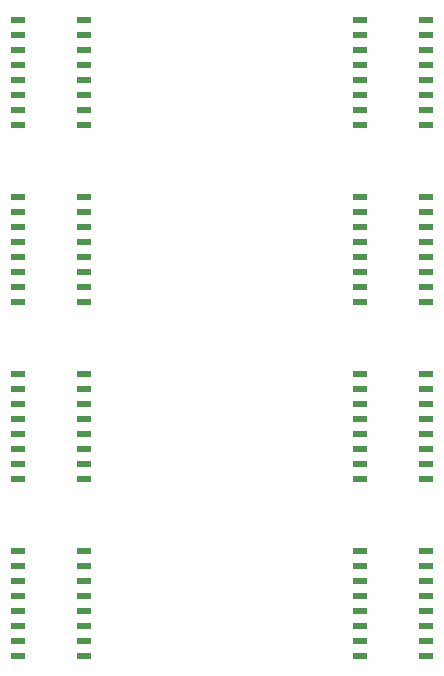
<source format=gbr>
G04 EAGLE Gerber RS-274X export*
G75*
%MOMM*%
%FSLAX34Y34*%
%LPD*%
%INSolderpaste Bottom*%
%IPPOS*%
%AMOC8*
5,1,8,0,0,1.08239X$1,22.5*%
G01*
%ADD10R,1.200000X0.600000*%


D10*
X158000Y644450D03*
X158000Y631750D03*
X158000Y619050D03*
X158000Y606350D03*
X158000Y593650D03*
X158000Y580950D03*
X158000Y568250D03*
X158000Y555550D03*
X102000Y555550D03*
X102000Y568250D03*
X102000Y580950D03*
X102000Y593650D03*
X102000Y606350D03*
X102000Y619050D03*
X102000Y631750D03*
X102000Y644450D03*
X158000Y494450D03*
X158000Y481750D03*
X158000Y469050D03*
X158000Y456350D03*
X158000Y443650D03*
X158000Y430950D03*
X158000Y418250D03*
X158000Y405550D03*
X102000Y405550D03*
X102000Y418250D03*
X102000Y430950D03*
X102000Y443650D03*
X102000Y456350D03*
X102000Y469050D03*
X102000Y481750D03*
X102000Y494450D03*
X158000Y344450D03*
X158000Y331750D03*
X158000Y319050D03*
X158000Y306350D03*
X158000Y293650D03*
X158000Y280950D03*
X158000Y268250D03*
X158000Y255550D03*
X102000Y255550D03*
X102000Y268250D03*
X102000Y280950D03*
X102000Y293650D03*
X102000Y306350D03*
X102000Y319050D03*
X102000Y331750D03*
X102000Y344450D03*
X158000Y194450D03*
X158000Y181750D03*
X158000Y169050D03*
X158000Y156350D03*
X158000Y143650D03*
X158000Y130950D03*
X158000Y118250D03*
X158000Y105550D03*
X102000Y105550D03*
X102000Y118250D03*
X102000Y130950D03*
X102000Y143650D03*
X102000Y156350D03*
X102000Y169050D03*
X102000Y181750D03*
X102000Y194450D03*
X448000Y644450D03*
X448000Y631750D03*
X448000Y619050D03*
X448000Y606350D03*
X448000Y593650D03*
X448000Y580950D03*
X448000Y568250D03*
X448000Y555550D03*
X392000Y555550D03*
X392000Y568250D03*
X392000Y580950D03*
X392000Y593650D03*
X392000Y606350D03*
X392000Y619050D03*
X392000Y631750D03*
X392000Y644450D03*
X448000Y494450D03*
X448000Y481750D03*
X448000Y469050D03*
X448000Y456350D03*
X448000Y443650D03*
X448000Y430950D03*
X448000Y418250D03*
X448000Y405550D03*
X392000Y405550D03*
X392000Y418250D03*
X392000Y430950D03*
X392000Y443650D03*
X392000Y456350D03*
X392000Y469050D03*
X392000Y481750D03*
X392000Y494450D03*
X448000Y344450D03*
X448000Y331750D03*
X448000Y319050D03*
X448000Y306350D03*
X448000Y293650D03*
X448000Y280950D03*
X448000Y268250D03*
X448000Y255550D03*
X392000Y255550D03*
X392000Y268250D03*
X392000Y280950D03*
X392000Y293650D03*
X392000Y306350D03*
X392000Y319050D03*
X392000Y331750D03*
X392000Y344450D03*
X448000Y194450D03*
X448000Y181750D03*
X448000Y169050D03*
X448000Y156350D03*
X448000Y143650D03*
X448000Y130950D03*
X448000Y118250D03*
X448000Y105550D03*
X392000Y105550D03*
X392000Y118250D03*
X392000Y130950D03*
X392000Y143650D03*
X392000Y156350D03*
X392000Y169050D03*
X392000Y181750D03*
X392000Y194450D03*
M02*

</source>
